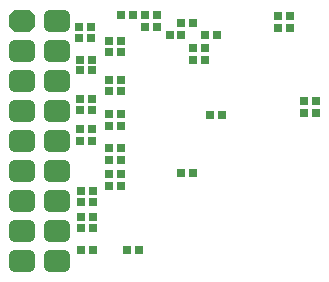
<source format=gbr>
%TF.GenerationSoftware,Altium Limited,Altium Designer,23.9.2 (47)*%
G04 Layer_Color=16711935*
%FSLAX45Y45*%
%MOMM*%
%TF.SameCoordinates,AC4A3DE0-5486-420A-B1FF-1F5B93080124*%
%TF.FilePolarity,Negative*%
%TF.FileFunction,Soldermask,Bot*%
%TF.Part,Single*%
G01*
G75*
%TA.AperFunction,SMDPad,CuDef*%
G04:AMPARAMS|DCode=48|XSize=0.75mm|YSize=0.75mm|CornerRadius=0.225mm|HoleSize=0mm|Usage=FLASHONLY|Rotation=270.000|XOffset=0mm|YOffset=0mm|HoleType=Round|Shape=RoundedRectangle|*
%AMROUNDEDRECTD48*
21,1,0.75000,0.30000,0,0,270.0*
21,1,0.30000,0.75000,0,0,270.0*
1,1,0.45000,-0.15000,-0.15000*
1,1,0.45000,-0.15000,0.15000*
1,1,0.45000,0.15000,0.15000*
1,1,0.45000,0.15000,-0.15000*
%
%ADD48ROUNDEDRECTD48*%
%TA.AperFunction,ComponentPad*%
G04:AMPARAMS|DCode=49|XSize=1.85mm|YSize=2.25mm|CornerRadius=0.5mm|HoleSize=0mm|Usage=FLASHONLY|Rotation=270.000|XOffset=0mm|YOffset=0mm|HoleType=Round|Shape=RoundedRectangle|*
%AMROUNDEDRECTD49*
21,1,1.85000,1.25001,0,0,270.0*
21,1,0.85000,2.25000,0,0,270.0*
1,1,1.00000,-0.62500,-0.42500*
1,1,1.00000,-0.62500,0.42500*
1,1,1.00000,0.62500,0.42500*
1,1,1.00000,0.62500,-0.42500*
%
%ADD49ROUNDEDRECTD49*%
G04:AMPARAMS|DCode=50|XSize=1.85mm|YSize=2.25mm|CornerRadius=0mm|HoleSize=0mm|Usage=FLASHONLY|Rotation=270.000|XOffset=0mm|YOffset=0mm|HoleType=Round|Shape=Octagon|*
%AMOCTAGOND50*
4,1,8,1.12500,0.46250,1.12500,-0.46250,0.66250,-0.92500,-0.66250,-0.92500,-1.12500,-0.46250,-1.12500,0.46250,-0.66250,0.92500,0.66250,0.92500,1.12500,0.46250,0.0*
%
%ADD50OCTAGOND50*%

D48*
X1000000Y2380000D02*
D03*
X1100000D02*
D03*
X1610000Y2100000D02*
D03*
X1710000D02*
D03*
X1750000Y1530000D02*
D03*
X1850000D02*
D03*
X660000Y390000D02*
D03*
X760000D02*
D03*
X2550000Y1650000D02*
D03*
X2650000D02*
D03*
X2430000Y2270000D02*
D03*
X2330000D02*
D03*
X650000Y1670000D02*
D03*
X750000D02*
D03*
X659999Y889998D02*
D03*
X759999D02*
D03*
X900000Y1250000D02*
D03*
X1000000D02*
D03*
X900000Y1830000D02*
D03*
X1000000D02*
D03*
X650000Y2000000D02*
D03*
X750000D02*
D03*
X1200000Y2380000D02*
D03*
X1300000D02*
D03*
X1510000Y2310000D02*
D03*
X1610000D02*
D03*
X900000Y1540000D02*
D03*
X1000000D02*
D03*
X1710000Y2210000D02*
D03*
X1810000D02*
D03*
X900000Y1030000D02*
D03*
X1000000D02*
D03*
X900000Y2160000D02*
D03*
X1000000D02*
D03*
X640000Y2280000D02*
D03*
X740000D02*
D03*
X2430000Y2370000D02*
D03*
X2330000D02*
D03*
X650000Y1410000D02*
D03*
X750000D02*
D03*
X750000Y1570000D02*
D03*
X650000D02*
D03*
X1410000Y2210000D02*
D03*
X1510000D02*
D03*
X750000Y1310000D02*
D03*
X650000D02*
D03*
X1300000Y2280000D02*
D03*
X1200000D02*
D03*
X1000000Y1440000D02*
D03*
X900000D02*
D03*
X760000Y790000D02*
D03*
X660000D02*
D03*
X900000Y1150000D02*
D03*
X1000000D02*
D03*
X660000Y670000D02*
D03*
X760000D02*
D03*
X1050000Y390000D02*
D03*
X1150000D02*
D03*
X660000Y570000D02*
D03*
X760000D02*
D03*
X1710000Y2000000D02*
D03*
X1610000D02*
D03*
X900000Y930000D02*
D03*
X1000000D02*
D03*
X900000Y1730000D02*
D03*
X1000000D02*
D03*
X650000Y1910000D02*
D03*
X750000D02*
D03*
X2550000Y1550000D02*
D03*
X2650000D02*
D03*
X1000000Y2060000D02*
D03*
X900000D02*
D03*
X1510000Y1040000D02*
D03*
X1610000D02*
D03*
X740000Y2180000D02*
D03*
X640000D02*
D03*
D49*
X454000Y294000D02*
D03*
Y548000D02*
D03*
X160000Y294000D02*
D03*
Y548000D02*
D03*
X454000Y802000D02*
D03*
Y1056000D02*
D03*
Y1310000D02*
D03*
Y1564000D02*
D03*
Y1818000D02*
D03*
Y2072000D02*
D03*
Y2326000D02*
D03*
X160000Y802000D02*
D03*
Y1056000D02*
D03*
Y1310000D02*
D03*
Y1564000D02*
D03*
Y1818000D02*
D03*
Y2072000D02*
D03*
D50*
Y2326000D02*
D03*
%TF.MD5,da621cba09c42c6c22e91eea22a7a6b8*%
M02*

</source>
